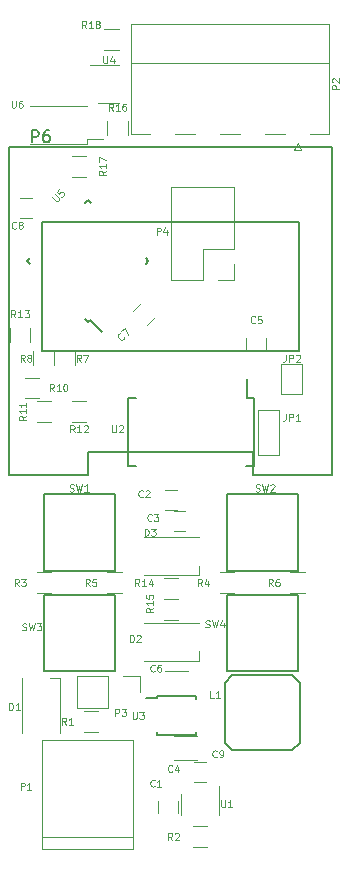
<source format=gbr>
G04 #@! TF.FileFunction,Legend,Top*
%FSLAX46Y46*%
G04 Gerber Fmt 4.6, Leading zero omitted, Abs format (unit mm)*
G04 Created by KiCad (PCBNEW 4.0.5) date 03/28/17 16:53:09*
%MOMM*%
%LPD*%
G01*
G04 APERTURE LIST*
%ADD10C,0.100000*%
%ADD11C,0.120000*%
%ADD12C,0.150000*%
G04 APERTURE END LIST*
D10*
D11*
X139850000Y-117750000D02*
X139850000Y-116750000D01*
X138150000Y-116750000D02*
X138150000Y-117750000D01*
X139750000Y-90400000D02*
X138750000Y-90400000D01*
X138750000Y-92100000D02*
X139750000Y-92100000D01*
X140500000Y-92150000D02*
X139500000Y-92150000D01*
X139500000Y-93850000D02*
X140500000Y-93850000D01*
X142250000Y-113400000D02*
X141250000Y-113400000D01*
X141250000Y-115100000D02*
X142250000Y-115100000D01*
X147350000Y-78500000D02*
X147350000Y-77500000D01*
X145650000Y-77500000D02*
X145650000Y-78500000D01*
X140750000Y-105730000D02*
X138750000Y-105730000D01*
X138750000Y-107770000D02*
X140750000Y-107770000D01*
X136752513Y-74545406D02*
X136045406Y-75252513D01*
X137247487Y-76454594D02*
X137954594Y-75747487D01*
X126500000Y-67350000D02*
X127500000Y-67350000D01*
X127500000Y-65650000D02*
X126500000Y-65650000D01*
X141500000Y-111230000D02*
X139500000Y-111230000D01*
X139500000Y-113270000D02*
X141500000Y-113270000D01*
X126650000Y-111000000D02*
X126650000Y-106350000D01*
X129850000Y-111000000D02*
X129850000Y-106350000D01*
X129850000Y-106350000D02*
X129050000Y-106350000D01*
X137000000Y-101650000D02*
X141650000Y-101650000D01*
X137000000Y-104850000D02*
X141650000Y-104850000D01*
X141650000Y-104850000D02*
X141650000Y-104050000D01*
X137000000Y-94400000D02*
X141650000Y-94400000D01*
X137000000Y-97600000D02*
X141650000Y-97600000D01*
X141650000Y-97600000D02*
X141650000Y-96800000D01*
X148390000Y-87410000D02*
X148390000Y-83590000D01*
X148390000Y-83590000D02*
X146610000Y-83590000D01*
X146610000Y-83590000D02*
X146610000Y-87410000D01*
X148390000Y-87410000D02*
X146610000Y-87410000D01*
X150390000Y-82270000D02*
X150390000Y-79730000D01*
X148610000Y-79730000D02*
X148610000Y-82270000D01*
X148610000Y-79730000D02*
X150390000Y-79730000D01*
X150390000Y-82270000D02*
X148610000Y-82270000D01*
D12*
X143825000Y-111790000D02*
X143825000Y-106710000D01*
X149540000Y-112425000D02*
X144460000Y-112425000D01*
X150175000Y-106710000D02*
X150175000Y-111790000D01*
X144460000Y-106075000D02*
X149540000Y-106075000D01*
X149540000Y-112425000D02*
X150175000Y-111790000D01*
X143825000Y-111790000D02*
X144460000Y-112425000D01*
X150175000Y-106710000D02*
X149540000Y-106075000D01*
X143825000Y-106710000D02*
X144460000Y-106075000D01*
D11*
X128400000Y-119750000D02*
X136100000Y-119750000D01*
X128400000Y-120750000D02*
X136100000Y-120750000D01*
X136100000Y-120750000D02*
X136100000Y-111550000D01*
X136100000Y-111550000D02*
X128400000Y-111550000D01*
X128400000Y-111550000D02*
X128400000Y-120750000D01*
X133980000Y-106110000D02*
X131320000Y-106110000D01*
X131320000Y-106110000D02*
X131320000Y-108890000D01*
X131320000Y-108890000D02*
X133980000Y-108890000D01*
X133980000Y-108890000D02*
X133980000Y-106110000D01*
X135250000Y-106110000D02*
X136640000Y-106110000D01*
X136640000Y-106110000D02*
X136640000Y-107500000D01*
X131900000Y-109120000D02*
X133100000Y-109120000D01*
X133100000Y-110880000D02*
X131900000Y-110880000D01*
X142350000Y-120630000D02*
X141150000Y-120630000D01*
X141150000Y-118870000D02*
X142350000Y-118870000D01*
X129100000Y-99130000D02*
X127900000Y-99130000D01*
X127900000Y-97370000D02*
X129100000Y-97370000D01*
X144600000Y-99130000D02*
X143400000Y-99130000D01*
X143400000Y-97370000D02*
X144600000Y-97370000D01*
X133900000Y-97370000D02*
X135100000Y-97370000D01*
X135100000Y-99130000D02*
X133900000Y-99130000D01*
X149400000Y-97370000D02*
X150600000Y-97370000D01*
X150600000Y-99130000D02*
X149400000Y-99130000D01*
X131130000Y-78650000D02*
X131130000Y-79850000D01*
X129370000Y-79850000D02*
X129370000Y-78650000D01*
X129380000Y-78650000D02*
X129380000Y-79850000D01*
X127620000Y-79850000D02*
X127620000Y-78650000D01*
X128100000Y-82630000D02*
X126900000Y-82630000D01*
X126900000Y-80870000D02*
X128100000Y-80870000D01*
X129100000Y-84630000D02*
X127900000Y-84630000D01*
X127900000Y-82870000D02*
X129100000Y-82870000D01*
X132100000Y-84630000D02*
X130900000Y-84630000D01*
X130900000Y-82870000D02*
X132100000Y-82870000D01*
X127380000Y-76650000D02*
X127380000Y-77850000D01*
X125620000Y-77850000D02*
X125620000Y-76650000D01*
X140140000Y-116100000D02*
X140140000Y-117900000D01*
X143360000Y-117900000D02*
X143360000Y-115450000D01*
D12*
X146325000Y-82625000D02*
X145750000Y-82625000D01*
X146325000Y-88375000D02*
X145675000Y-88375000D01*
X135675000Y-88375000D02*
X136325000Y-88375000D01*
X135675000Y-82625000D02*
X136325000Y-82625000D01*
X146325000Y-82625000D02*
X146325000Y-88375000D01*
X135675000Y-82625000D02*
X135675000Y-88375000D01*
X145750000Y-82625000D02*
X145750000Y-81025000D01*
X138125000Y-107875000D02*
X138125000Y-108025000D01*
X141375000Y-107875000D02*
X141375000Y-108122500D01*
X141375000Y-111125000D02*
X141375000Y-110877500D01*
X138125000Y-111125000D02*
X138125000Y-110877500D01*
X138125000Y-107875000D02*
X141375000Y-107875000D01*
X138125000Y-111125000D02*
X141375000Y-111125000D01*
X138125000Y-108025000D02*
X137200000Y-108025000D01*
X132250000Y-76126524D02*
X132409099Y-75967425D01*
X127123476Y-71000000D02*
X127353286Y-70770190D01*
X132250000Y-65873476D02*
X132020190Y-66103286D01*
X137376524Y-71000000D02*
X137146714Y-71229810D01*
X132250000Y-76126524D02*
X132020190Y-75896714D01*
X137376524Y-71000000D02*
X137146714Y-70770190D01*
X132250000Y-65873476D02*
X132479810Y-66103286D01*
X127123476Y-71000000D02*
X127353286Y-71229810D01*
X132409099Y-75967425D02*
X133416726Y-76975052D01*
D11*
X139850000Y-99630000D02*
X138650000Y-99630000D01*
X138650000Y-97870000D02*
X139850000Y-97870000D01*
X139850000Y-101380000D02*
X138650000Y-101380000D01*
X138650000Y-99620000D02*
X139850000Y-99620000D01*
X144640000Y-69980000D02*
X144640000Y-64780000D01*
X144640000Y-64780000D02*
X139320000Y-64780000D01*
X139320000Y-64780000D02*
X139320000Y-72640000D01*
X139320000Y-72640000D02*
X141980000Y-72640000D01*
X141980000Y-72640000D02*
X141980000Y-69980000D01*
X141980000Y-69980000D02*
X144640000Y-69980000D01*
X144640000Y-71250000D02*
X144640000Y-72640000D01*
X144640000Y-72640000D02*
X143250000Y-72640000D01*
X135630000Y-59150000D02*
X135630000Y-60350000D01*
X133870000Y-60350000D02*
X133870000Y-59150000D01*
X132100000Y-63880000D02*
X130900000Y-63880000D01*
X130900000Y-62120000D02*
X132100000Y-62120000D01*
X134850000Y-53130000D02*
X133650000Y-53130000D01*
X133650000Y-51370000D02*
X134850000Y-51370000D01*
X133100000Y-57610000D02*
X134900000Y-57610000D01*
X134900000Y-54390000D02*
X132450000Y-54390000D01*
X132150000Y-61090000D02*
X132150000Y-60690000D01*
X132150000Y-60690000D02*
X133550000Y-60690000D01*
X132150000Y-61090000D02*
X127350000Y-61090000D01*
X132150000Y-57890000D02*
X127350000Y-57890000D01*
D12*
X150120000Y-67750000D02*
X150120000Y-78620000D01*
X128380000Y-78620000D02*
X150120000Y-78620000D01*
X128380000Y-67750000D02*
X128380000Y-78620000D01*
X128380000Y-67720000D02*
X150120000Y-67720000D01*
X132250000Y-87150000D02*
X146250000Y-87150000D01*
X146250000Y-87150000D02*
X146250000Y-89150000D01*
X132250000Y-87150000D02*
X132250000Y-89150000D01*
X152900000Y-61350000D02*
X152900000Y-89150000D01*
X125600000Y-61350000D02*
X125600000Y-89150000D01*
X146250000Y-89150000D02*
X152900000Y-89150000D01*
X125600000Y-89150000D02*
X132250000Y-89150000D01*
X125600000Y-61350000D02*
X152900000Y-61350000D01*
X128500000Y-97250000D02*
X134500000Y-97250000D01*
X128500000Y-90750000D02*
X134500000Y-90750000D01*
X134500000Y-97250000D02*
X134500000Y-90750000D01*
X128500000Y-97250000D02*
X128500000Y-90750000D01*
X144000000Y-97250000D02*
X150000000Y-97250000D01*
X144000000Y-90750000D02*
X150000000Y-90750000D01*
X150000000Y-97250000D02*
X150000000Y-90750000D01*
X144000000Y-97250000D02*
X144000000Y-90750000D01*
X134500000Y-99250000D02*
X128500000Y-99250000D01*
X134500000Y-105750000D02*
X128500000Y-105750000D01*
X128500000Y-99250000D02*
X128500000Y-105750000D01*
X134500000Y-99250000D02*
X134500000Y-105750000D01*
X150000000Y-99250000D02*
X144000000Y-99250000D01*
X150000000Y-105750000D02*
X144000000Y-105750000D01*
X144000000Y-99250000D02*
X144000000Y-105750000D01*
X150000000Y-99250000D02*
X150000000Y-105750000D01*
D11*
X152680000Y-60280000D02*
X152680000Y-50920000D01*
X152680000Y-50920000D02*
X135890000Y-50920000D01*
X135890000Y-50920000D02*
X135890000Y-60280000D01*
X152680000Y-60280000D02*
X151050000Y-60280000D01*
X135890000Y-60280000D02*
X137520000Y-60280000D01*
X148950000Y-60280000D02*
X147240000Y-60280000D01*
X145140000Y-60280000D02*
X143430000Y-60280000D01*
X141330000Y-60280000D02*
X139620000Y-60280000D01*
X152680000Y-54200000D02*
X135890000Y-54200000D01*
X149700000Y-61600000D02*
X150000000Y-61000000D01*
X150000000Y-61000000D02*
X150300000Y-61600000D01*
X150300000Y-61600000D02*
X149700000Y-61600000D01*
D10*
X137900000Y-115464286D02*
X137871429Y-115492857D01*
X137785715Y-115521429D01*
X137728572Y-115521429D01*
X137642857Y-115492857D01*
X137585715Y-115435714D01*
X137557143Y-115378571D01*
X137528572Y-115264286D01*
X137528572Y-115178571D01*
X137557143Y-115064286D01*
X137585715Y-115007143D01*
X137642857Y-114950000D01*
X137728572Y-114921429D01*
X137785715Y-114921429D01*
X137871429Y-114950000D01*
X137900000Y-114978571D01*
X138471429Y-115521429D02*
X138128572Y-115521429D01*
X138300000Y-115521429D02*
X138300000Y-114921429D01*
X138242857Y-115007143D01*
X138185715Y-115064286D01*
X138128572Y-115092857D01*
X136900000Y-90964286D02*
X136871429Y-90992857D01*
X136785715Y-91021429D01*
X136728572Y-91021429D01*
X136642857Y-90992857D01*
X136585715Y-90935714D01*
X136557143Y-90878571D01*
X136528572Y-90764286D01*
X136528572Y-90678571D01*
X136557143Y-90564286D01*
X136585715Y-90507143D01*
X136642857Y-90450000D01*
X136728572Y-90421429D01*
X136785715Y-90421429D01*
X136871429Y-90450000D01*
X136900000Y-90478571D01*
X137128572Y-90478571D02*
X137157143Y-90450000D01*
X137214286Y-90421429D01*
X137357143Y-90421429D01*
X137414286Y-90450000D01*
X137442857Y-90478571D01*
X137471429Y-90535714D01*
X137471429Y-90592857D01*
X137442857Y-90678571D01*
X137100000Y-91021429D01*
X137471429Y-91021429D01*
X137650000Y-92964286D02*
X137621429Y-92992857D01*
X137535715Y-93021429D01*
X137478572Y-93021429D01*
X137392857Y-92992857D01*
X137335715Y-92935714D01*
X137307143Y-92878571D01*
X137278572Y-92764286D01*
X137278572Y-92678571D01*
X137307143Y-92564286D01*
X137335715Y-92507143D01*
X137392857Y-92450000D01*
X137478572Y-92421429D01*
X137535715Y-92421429D01*
X137621429Y-92450000D01*
X137650000Y-92478571D01*
X137850000Y-92421429D02*
X138221429Y-92421429D01*
X138021429Y-92650000D01*
X138107143Y-92650000D01*
X138164286Y-92678571D01*
X138192857Y-92707143D01*
X138221429Y-92764286D01*
X138221429Y-92907143D01*
X138192857Y-92964286D01*
X138164286Y-92992857D01*
X138107143Y-93021429D01*
X137935715Y-93021429D01*
X137878572Y-92992857D01*
X137850000Y-92964286D01*
X139400000Y-114214286D02*
X139371429Y-114242857D01*
X139285715Y-114271429D01*
X139228572Y-114271429D01*
X139142857Y-114242857D01*
X139085715Y-114185714D01*
X139057143Y-114128571D01*
X139028572Y-114014286D01*
X139028572Y-113928571D01*
X139057143Y-113814286D01*
X139085715Y-113757143D01*
X139142857Y-113700000D01*
X139228572Y-113671429D01*
X139285715Y-113671429D01*
X139371429Y-113700000D01*
X139400000Y-113728571D01*
X139914286Y-113871429D02*
X139914286Y-114271429D01*
X139771429Y-113642857D02*
X139628572Y-114071429D01*
X140000000Y-114071429D01*
X146400000Y-76214286D02*
X146371429Y-76242857D01*
X146285715Y-76271429D01*
X146228572Y-76271429D01*
X146142857Y-76242857D01*
X146085715Y-76185714D01*
X146057143Y-76128571D01*
X146028572Y-76014286D01*
X146028572Y-75928571D01*
X146057143Y-75814286D01*
X146085715Y-75757143D01*
X146142857Y-75700000D01*
X146228572Y-75671429D01*
X146285715Y-75671429D01*
X146371429Y-75700000D01*
X146400000Y-75728571D01*
X146942857Y-75671429D02*
X146657143Y-75671429D01*
X146628572Y-75957143D01*
X146657143Y-75928571D01*
X146714286Y-75900000D01*
X146857143Y-75900000D01*
X146914286Y-75928571D01*
X146942857Y-75957143D01*
X146971429Y-76014286D01*
X146971429Y-76157143D01*
X146942857Y-76214286D01*
X146914286Y-76242857D01*
X146857143Y-76271429D01*
X146714286Y-76271429D01*
X146657143Y-76242857D01*
X146628572Y-76214286D01*
X137900000Y-105714286D02*
X137871429Y-105742857D01*
X137785715Y-105771429D01*
X137728572Y-105771429D01*
X137642857Y-105742857D01*
X137585715Y-105685714D01*
X137557143Y-105628571D01*
X137528572Y-105514286D01*
X137528572Y-105428571D01*
X137557143Y-105314286D01*
X137585715Y-105257143D01*
X137642857Y-105200000D01*
X137728572Y-105171429D01*
X137785715Y-105171429D01*
X137871429Y-105200000D01*
X137900000Y-105228571D01*
X138414286Y-105171429D02*
X138300000Y-105171429D01*
X138242857Y-105200000D01*
X138214286Y-105228571D01*
X138157143Y-105314286D01*
X138128572Y-105428571D01*
X138128572Y-105657143D01*
X138157143Y-105714286D01*
X138185715Y-105742857D01*
X138242857Y-105771429D01*
X138357143Y-105771429D01*
X138414286Y-105742857D01*
X138442857Y-105714286D01*
X138471429Y-105657143D01*
X138471429Y-105514286D01*
X138442857Y-105457143D01*
X138414286Y-105428571D01*
X138357143Y-105400000D01*
X138242857Y-105400000D01*
X138185715Y-105428571D01*
X138157143Y-105457143D01*
X138128572Y-105514286D01*
X135330812Y-77472234D02*
X135330812Y-77512639D01*
X135290407Y-77593452D01*
X135250001Y-77633858D01*
X135169188Y-77674264D01*
X135088376Y-77674263D01*
X135027766Y-77654061D01*
X134926752Y-77593452D01*
X134866142Y-77532842D01*
X134805533Y-77431828D01*
X134785330Y-77371218D01*
X134785330Y-77290406D01*
X134825737Y-77209594D01*
X134866143Y-77169188D01*
X134946955Y-77128781D01*
X134987360Y-77128781D01*
X135088376Y-76946955D02*
X135371219Y-76664112D01*
X135613655Y-77270203D01*
X126150000Y-68214286D02*
X126121429Y-68242857D01*
X126035715Y-68271429D01*
X125978572Y-68271429D01*
X125892857Y-68242857D01*
X125835715Y-68185714D01*
X125807143Y-68128571D01*
X125778572Y-68014286D01*
X125778572Y-67928571D01*
X125807143Y-67814286D01*
X125835715Y-67757143D01*
X125892857Y-67700000D01*
X125978572Y-67671429D01*
X126035715Y-67671429D01*
X126121429Y-67700000D01*
X126150000Y-67728571D01*
X126492857Y-67928571D02*
X126435715Y-67900000D01*
X126407143Y-67871429D01*
X126378572Y-67814286D01*
X126378572Y-67785714D01*
X126407143Y-67728571D01*
X126435715Y-67700000D01*
X126492857Y-67671429D01*
X126607143Y-67671429D01*
X126664286Y-67700000D01*
X126692857Y-67728571D01*
X126721429Y-67785714D01*
X126721429Y-67814286D01*
X126692857Y-67871429D01*
X126664286Y-67900000D01*
X126607143Y-67928571D01*
X126492857Y-67928571D01*
X126435715Y-67957143D01*
X126407143Y-67985714D01*
X126378572Y-68042857D01*
X126378572Y-68157143D01*
X126407143Y-68214286D01*
X126435715Y-68242857D01*
X126492857Y-68271429D01*
X126607143Y-68271429D01*
X126664286Y-68242857D01*
X126692857Y-68214286D01*
X126721429Y-68157143D01*
X126721429Y-68042857D01*
X126692857Y-67985714D01*
X126664286Y-67957143D01*
X126607143Y-67928571D01*
X143150000Y-112964286D02*
X143121429Y-112992857D01*
X143035715Y-113021429D01*
X142978572Y-113021429D01*
X142892857Y-112992857D01*
X142835715Y-112935714D01*
X142807143Y-112878571D01*
X142778572Y-112764286D01*
X142778572Y-112678571D01*
X142807143Y-112564286D01*
X142835715Y-112507143D01*
X142892857Y-112450000D01*
X142978572Y-112421429D01*
X143035715Y-112421429D01*
X143121429Y-112450000D01*
X143150000Y-112478571D01*
X143435715Y-113021429D02*
X143550000Y-113021429D01*
X143607143Y-112992857D01*
X143635715Y-112964286D01*
X143692857Y-112878571D01*
X143721429Y-112764286D01*
X143721429Y-112535714D01*
X143692857Y-112478571D01*
X143664286Y-112450000D01*
X143607143Y-112421429D01*
X143492857Y-112421429D01*
X143435715Y-112450000D01*
X143407143Y-112478571D01*
X143378572Y-112535714D01*
X143378572Y-112678571D01*
X143407143Y-112735714D01*
X143435715Y-112764286D01*
X143492857Y-112792857D01*
X143607143Y-112792857D01*
X143664286Y-112764286D01*
X143692857Y-112735714D01*
X143721429Y-112678571D01*
X125557143Y-109021429D02*
X125557143Y-108421429D01*
X125700000Y-108421429D01*
X125785715Y-108450000D01*
X125842857Y-108507143D01*
X125871429Y-108564286D01*
X125900000Y-108678571D01*
X125900000Y-108764286D01*
X125871429Y-108878571D01*
X125842857Y-108935714D01*
X125785715Y-108992857D01*
X125700000Y-109021429D01*
X125557143Y-109021429D01*
X126471429Y-109021429D02*
X126128572Y-109021429D01*
X126300000Y-109021429D02*
X126300000Y-108421429D01*
X126242857Y-108507143D01*
X126185715Y-108564286D01*
X126128572Y-108592857D01*
X135807143Y-103271429D02*
X135807143Y-102671429D01*
X135950000Y-102671429D01*
X136035715Y-102700000D01*
X136092857Y-102757143D01*
X136121429Y-102814286D01*
X136150000Y-102928571D01*
X136150000Y-103014286D01*
X136121429Y-103128571D01*
X136092857Y-103185714D01*
X136035715Y-103242857D01*
X135950000Y-103271429D01*
X135807143Y-103271429D01*
X136378572Y-102728571D02*
X136407143Y-102700000D01*
X136464286Y-102671429D01*
X136607143Y-102671429D01*
X136664286Y-102700000D01*
X136692857Y-102728571D01*
X136721429Y-102785714D01*
X136721429Y-102842857D01*
X136692857Y-102928571D01*
X136350000Y-103271429D01*
X136721429Y-103271429D01*
X137057143Y-94271429D02*
X137057143Y-93671429D01*
X137200000Y-93671429D01*
X137285715Y-93700000D01*
X137342857Y-93757143D01*
X137371429Y-93814286D01*
X137400000Y-93928571D01*
X137400000Y-94014286D01*
X137371429Y-94128571D01*
X137342857Y-94185714D01*
X137285715Y-94242857D01*
X137200000Y-94271429D01*
X137057143Y-94271429D01*
X137600000Y-93671429D02*
X137971429Y-93671429D01*
X137771429Y-93900000D01*
X137857143Y-93900000D01*
X137914286Y-93928571D01*
X137942857Y-93957143D01*
X137971429Y-94014286D01*
X137971429Y-94157143D01*
X137942857Y-94214286D01*
X137914286Y-94242857D01*
X137857143Y-94271429D01*
X137685715Y-94271429D01*
X137628572Y-94242857D01*
X137600000Y-94214286D01*
X149000000Y-83921429D02*
X149000000Y-84350000D01*
X148971428Y-84435714D01*
X148914285Y-84492857D01*
X148828571Y-84521429D01*
X148771428Y-84521429D01*
X149285714Y-84521429D02*
X149285714Y-83921429D01*
X149514286Y-83921429D01*
X149571428Y-83950000D01*
X149600000Y-83978571D01*
X149628571Y-84035714D01*
X149628571Y-84121429D01*
X149600000Y-84178571D01*
X149571428Y-84207143D01*
X149514286Y-84235714D01*
X149285714Y-84235714D01*
X150200000Y-84521429D02*
X149857143Y-84521429D01*
X150028571Y-84521429D02*
X150028571Y-83921429D01*
X149971428Y-84007143D01*
X149914286Y-84064286D01*
X149857143Y-84092857D01*
X149000000Y-78921429D02*
X149000000Y-79350000D01*
X148971428Y-79435714D01*
X148914285Y-79492857D01*
X148828571Y-79521429D01*
X148771428Y-79521429D01*
X149285714Y-79521429D02*
X149285714Y-78921429D01*
X149514286Y-78921429D01*
X149571428Y-78950000D01*
X149600000Y-78978571D01*
X149628571Y-79035714D01*
X149628571Y-79121429D01*
X149600000Y-79178571D01*
X149571428Y-79207143D01*
X149514286Y-79235714D01*
X149285714Y-79235714D01*
X149857143Y-78978571D02*
X149885714Y-78950000D01*
X149942857Y-78921429D01*
X150085714Y-78921429D01*
X150142857Y-78950000D01*
X150171428Y-78978571D01*
X150200000Y-79035714D01*
X150200000Y-79092857D01*
X150171428Y-79178571D01*
X149828571Y-79521429D01*
X150200000Y-79521429D01*
X142900000Y-108021429D02*
X142614286Y-108021429D01*
X142614286Y-107421429D01*
X143414286Y-108021429D02*
X143071429Y-108021429D01*
X143242857Y-108021429D02*
X143242857Y-107421429D01*
X143185714Y-107507143D01*
X143128572Y-107564286D01*
X143071429Y-107592857D01*
X126557143Y-115771429D02*
X126557143Y-115171429D01*
X126785715Y-115171429D01*
X126842857Y-115200000D01*
X126871429Y-115228571D01*
X126900000Y-115285714D01*
X126900000Y-115371429D01*
X126871429Y-115428571D01*
X126842857Y-115457143D01*
X126785715Y-115485714D01*
X126557143Y-115485714D01*
X127471429Y-115771429D02*
X127128572Y-115771429D01*
X127300000Y-115771429D02*
X127300000Y-115171429D01*
X127242857Y-115257143D01*
X127185715Y-115314286D01*
X127128572Y-115342857D01*
X134557143Y-109521429D02*
X134557143Y-108921429D01*
X134785715Y-108921429D01*
X134842857Y-108950000D01*
X134871429Y-108978571D01*
X134900000Y-109035714D01*
X134900000Y-109121429D01*
X134871429Y-109178571D01*
X134842857Y-109207143D01*
X134785715Y-109235714D01*
X134557143Y-109235714D01*
X135100000Y-108921429D02*
X135471429Y-108921429D01*
X135271429Y-109150000D01*
X135357143Y-109150000D01*
X135414286Y-109178571D01*
X135442857Y-109207143D01*
X135471429Y-109264286D01*
X135471429Y-109407143D01*
X135442857Y-109464286D01*
X135414286Y-109492857D01*
X135357143Y-109521429D01*
X135185715Y-109521429D01*
X135128572Y-109492857D01*
X135100000Y-109464286D01*
X130400000Y-110271429D02*
X130200000Y-109985714D01*
X130057143Y-110271429D02*
X130057143Y-109671429D01*
X130285715Y-109671429D01*
X130342857Y-109700000D01*
X130371429Y-109728571D01*
X130400000Y-109785714D01*
X130400000Y-109871429D01*
X130371429Y-109928571D01*
X130342857Y-109957143D01*
X130285715Y-109985714D01*
X130057143Y-109985714D01*
X130971429Y-110271429D02*
X130628572Y-110271429D01*
X130800000Y-110271429D02*
X130800000Y-109671429D01*
X130742857Y-109757143D01*
X130685715Y-109814286D01*
X130628572Y-109842857D01*
X139400000Y-120021429D02*
X139200000Y-119735714D01*
X139057143Y-120021429D02*
X139057143Y-119421429D01*
X139285715Y-119421429D01*
X139342857Y-119450000D01*
X139371429Y-119478571D01*
X139400000Y-119535714D01*
X139400000Y-119621429D01*
X139371429Y-119678571D01*
X139342857Y-119707143D01*
X139285715Y-119735714D01*
X139057143Y-119735714D01*
X139628572Y-119478571D02*
X139657143Y-119450000D01*
X139714286Y-119421429D01*
X139857143Y-119421429D01*
X139914286Y-119450000D01*
X139942857Y-119478571D01*
X139971429Y-119535714D01*
X139971429Y-119592857D01*
X139942857Y-119678571D01*
X139600000Y-120021429D01*
X139971429Y-120021429D01*
X126400000Y-98521429D02*
X126200000Y-98235714D01*
X126057143Y-98521429D02*
X126057143Y-97921429D01*
X126285715Y-97921429D01*
X126342857Y-97950000D01*
X126371429Y-97978571D01*
X126400000Y-98035714D01*
X126400000Y-98121429D01*
X126371429Y-98178571D01*
X126342857Y-98207143D01*
X126285715Y-98235714D01*
X126057143Y-98235714D01*
X126600000Y-97921429D02*
X126971429Y-97921429D01*
X126771429Y-98150000D01*
X126857143Y-98150000D01*
X126914286Y-98178571D01*
X126942857Y-98207143D01*
X126971429Y-98264286D01*
X126971429Y-98407143D01*
X126942857Y-98464286D01*
X126914286Y-98492857D01*
X126857143Y-98521429D01*
X126685715Y-98521429D01*
X126628572Y-98492857D01*
X126600000Y-98464286D01*
X141900000Y-98521429D02*
X141700000Y-98235714D01*
X141557143Y-98521429D02*
X141557143Y-97921429D01*
X141785715Y-97921429D01*
X141842857Y-97950000D01*
X141871429Y-97978571D01*
X141900000Y-98035714D01*
X141900000Y-98121429D01*
X141871429Y-98178571D01*
X141842857Y-98207143D01*
X141785715Y-98235714D01*
X141557143Y-98235714D01*
X142414286Y-98121429D02*
X142414286Y-98521429D01*
X142271429Y-97892857D02*
X142128572Y-98321429D01*
X142500000Y-98321429D01*
X132400000Y-98521429D02*
X132200000Y-98235714D01*
X132057143Y-98521429D02*
X132057143Y-97921429D01*
X132285715Y-97921429D01*
X132342857Y-97950000D01*
X132371429Y-97978571D01*
X132400000Y-98035714D01*
X132400000Y-98121429D01*
X132371429Y-98178571D01*
X132342857Y-98207143D01*
X132285715Y-98235714D01*
X132057143Y-98235714D01*
X132942857Y-97921429D02*
X132657143Y-97921429D01*
X132628572Y-98207143D01*
X132657143Y-98178571D01*
X132714286Y-98150000D01*
X132857143Y-98150000D01*
X132914286Y-98178571D01*
X132942857Y-98207143D01*
X132971429Y-98264286D01*
X132971429Y-98407143D01*
X132942857Y-98464286D01*
X132914286Y-98492857D01*
X132857143Y-98521429D01*
X132714286Y-98521429D01*
X132657143Y-98492857D01*
X132628572Y-98464286D01*
X147900000Y-98521429D02*
X147700000Y-98235714D01*
X147557143Y-98521429D02*
X147557143Y-97921429D01*
X147785715Y-97921429D01*
X147842857Y-97950000D01*
X147871429Y-97978571D01*
X147900000Y-98035714D01*
X147900000Y-98121429D01*
X147871429Y-98178571D01*
X147842857Y-98207143D01*
X147785715Y-98235714D01*
X147557143Y-98235714D01*
X148414286Y-97921429D02*
X148300000Y-97921429D01*
X148242857Y-97950000D01*
X148214286Y-97978571D01*
X148157143Y-98064286D01*
X148128572Y-98178571D01*
X148128572Y-98407143D01*
X148157143Y-98464286D01*
X148185715Y-98492857D01*
X148242857Y-98521429D01*
X148357143Y-98521429D01*
X148414286Y-98492857D01*
X148442857Y-98464286D01*
X148471429Y-98407143D01*
X148471429Y-98264286D01*
X148442857Y-98207143D01*
X148414286Y-98178571D01*
X148357143Y-98150000D01*
X148242857Y-98150000D01*
X148185715Y-98178571D01*
X148157143Y-98207143D01*
X148128572Y-98264286D01*
X131650000Y-79521429D02*
X131450000Y-79235714D01*
X131307143Y-79521429D02*
X131307143Y-78921429D01*
X131535715Y-78921429D01*
X131592857Y-78950000D01*
X131621429Y-78978571D01*
X131650000Y-79035714D01*
X131650000Y-79121429D01*
X131621429Y-79178571D01*
X131592857Y-79207143D01*
X131535715Y-79235714D01*
X131307143Y-79235714D01*
X131850000Y-78921429D02*
X132250000Y-78921429D01*
X131992857Y-79521429D01*
X126900000Y-79521429D02*
X126700000Y-79235714D01*
X126557143Y-79521429D02*
X126557143Y-78921429D01*
X126785715Y-78921429D01*
X126842857Y-78950000D01*
X126871429Y-78978571D01*
X126900000Y-79035714D01*
X126900000Y-79121429D01*
X126871429Y-79178571D01*
X126842857Y-79207143D01*
X126785715Y-79235714D01*
X126557143Y-79235714D01*
X127242857Y-79178571D02*
X127185715Y-79150000D01*
X127157143Y-79121429D01*
X127128572Y-79064286D01*
X127128572Y-79035714D01*
X127157143Y-78978571D01*
X127185715Y-78950000D01*
X127242857Y-78921429D01*
X127357143Y-78921429D01*
X127414286Y-78950000D01*
X127442857Y-78978571D01*
X127471429Y-79035714D01*
X127471429Y-79064286D01*
X127442857Y-79121429D01*
X127414286Y-79150000D01*
X127357143Y-79178571D01*
X127242857Y-79178571D01*
X127185715Y-79207143D01*
X127157143Y-79235714D01*
X127128572Y-79292857D01*
X127128572Y-79407143D01*
X127157143Y-79464286D01*
X127185715Y-79492857D01*
X127242857Y-79521429D01*
X127357143Y-79521429D01*
X127414286Y-79492857D01*
X127442857Y-79464286D01*
X127471429Y-79407143D01*
X127471429Y-79292857D01*
X127442857Y-79235714D01*
X127414286Y-79207143D01*
X127357143Y-79178571D01*
X129364285Y-82021429D02*
X129164285Y-81735714D01*
X129021428Y-82021429D02*
X129021428Y-81421429D01*
X129250000Y-81421429D01*
X129307142Y-81450000D01*
X129335714Y-81478571D01*
X129364285Y-81535714D01*
X129364285Y-81621429D01*
X129335714Y-81678571D01*
X129307142Y-81707143D01*
X129250000Y-81735714D01*
X129021428Y-81735714D01*
X129935714Y-82021429D02*
X129592857Y-82021429D01*
X129764285Y-82021429D02*
X129764285Y-81421429D01*
X129707142Y-81507143D01*
X129650000Y-81564286D01*
X129592857Y-81592857D01*
X130307143Y-81421429D02*
X130364286Y-81421429D01*
X130421429Y-81450000D01*
X130450000Y-81478571D01*
X130478571Y-81535714D01*
X130507143Y-81650000D01*
X130507143Y-81792857D01*
X130478571Y-81907143D01*
X130450000Y-81964286D01*
X130421429Y-81992857D01*
X130364286Y-82021429D01*
X130307143Y-82021429D01*
X130250000Y-81992857D01*
X130221429Y-81964286D01*
X130192857Y-81907143D01*
X130164286Y-81792857D01*
X130164286Y-81650000D01*
X130192857Y-81535714D01*
X130221429Y-81478571D01*
X130250000Y-81450000D01*
X130307143Y-81421429D01*
X127021429Y-84135715D02*
X126735714Y-84335715D01*
X127021429Y-84478572D02*
X126421429Y-84478572D01*
X126421429Y-84250000D01*
X126450000Y-84192858D01*
X126478571Y-84164286D01*
X126535714Y-84135715D01*
X126621429Y-84135715D01*
X126678571Y-84164286D01*
X126707143Y-84192858D01*
X126735714Y-84250000D01*
X126735714Y-84478572D01*
X127021429Y-83564286D02*
X127021429Y-83907143D01*
X127021429Y-83735715D02*
X126421429Y-83735715D01*
X126507143Y-83792858D01*
X126564286Y-83850000D01*
X126592857Y-83907143D01*
X127021429Y-82992857D02*
X127021429Y-83335714D01*
X127021429Y-83164286D02*
X126421429Y-83164286D01*
X126507143Y-83221429D01*
X126564286Y-83278571D01*
X126592857Y-83335714D01*
X131114285Y-85521429D02*
X130914285Y-85235714D01*
X130771428Y-85521429D02*
X130771428Y-84921429D01*
X131000000Y-84921429D01*
X131057142Y-84950000D01*
X131085714Y-84978571D01*
X131114285Y-85035714D01*
X131114285Y-85121429D01*
X131085714Y-85178571D01*
X131057142Y-85207143D01*
X131000000Y-85235714D01*
X130771428Y-85235714D01*
X131685714Y-85521429D02*
X131342857Y-85521429D01*
X131514285Y-85521429D02*
X131514285Y-84921429D01*
X131457142Y-85007143D01*
X131400000Y-85064286D01*
X131342857Y-85092857D01*
X131914286Y-84978571D02*
X131942857Y-84950000D01*
X132000000Y-84921429D01*
X132142857Y-84921429D01*
X132200000Y-84950000D01*
X132228571Y-84978571D01*
X132257143Y-85035714D01*
X132257143Y-85092857D01*
X132228571Y-85178571D01*
X131885714Y-85521429D01*
X132257143Y-85521429D01*
X126114285Y-75771429D02*
X125914285Y-75485714D01*
X125771428Y-75771429D02*
X125771428Y-75171429D01*
X126000000Y-75171429D01*
X126057142Y-75200000D01*
X126085714Y-75228571D01*
X126114285Y-75285714D01*
X126114285Y-75371429D01*
X126085714Y-75428571D01*
X126057142Y-75457143D01*
X126000000Y-75485714D01*
X125771428Y-75485714D01*
X126685714Y-75771429D02*
X126342857Y-75771429D01*
X126514285Y-75771429D02*
X126514285Y-75171429D01*
X126457142Y-75257143D01*
X126400000Y-75314286D01*
X126342857Y-75342857D01*
X126885714Y-75171429D02*
X127257143Y-75171429D01*
X127057143Y-75400000D01*
X127142857Y-75400000D01*
X127200000Y-75428571D01*
X127228571Y-75457143D01*
X127257143Y-75514286D01*
X127257143Y-75657143D01*
X127228571Y-75714286D01*
X127200000Y-75742857D01*
X127142857Y-75771429D01*
X126971429Y-75771429D01*
X126914286Y-75742857D01*
X126885714Y-75714286D01*
X143542857Y-116671429D02*
X143542857Y-117157143D01*
X143571429Y-117214286D01*
X143600000Y-117242857D01*
X143657143Y-117271429D01*
X143771429Y-117271429D01*
X143828571Y-117242857D01*
X143857143Y-117214286D01*
X143885714Y-117157143D01*
X143885714Y-116671429D01*
X144485714Y-117271429D02*
X144142857Y-117271429D01*
X144314285Y-117271429D02*
X144314285Y-116671429D01*
X144257142Y-116757143D01*
X144200000Y-116814286D01*
X144142857Y-116842857D01*
X134292857Y-84921429D02*
X134292857Y-85407143D01*
X134321429Y-85464286D01*
X134350000Y-85492857D01*
X134407143Y-85521429D01*
X134521429Y-85521429D01*
X134578571Y-85492857D01*
X134607143Y-85464286D01*
X134635714Y-85407143D01*
X134635714Y-84921429D01*
X134892857Y-84978571D02*
X134921428Y-84950000D01*
X134978571Y-84921429D01*
X135121428Y-84921429D01*
X135178571Y-84950000D01*
X135207142Y-84978571D01*
X135235714Y-85035714D01*
X135235714Y-85092857D01*
X135207142Y-85178571D01*
X134864285Y-85521429D01*
X135235714Y-85521429D01*
X136042857Y-109171429D02*
X136042857Y-109657143D01*
X136071429Y-109714286D01*
X136100000Y-109742857D01*
X136157143Y-109771429D01*
X136271429Y-109771429D01*
X136328571Y-109742857D01*
X136357143Y-109714286D01*
X136385714Y-109657143D01*
X136385714Y-109171429D01*
X136614285Y-109171429D02*
X136985714Y-109171429D01*
X136785714Y-109400000D01*
X136871428Y-109400000D01*
X136928571Y-109428571D01*
X136957142Y-109457143D01*
X136985714Y-109514286D01*
X136985714Y-109657143D01*
X136957142Y-109714286D01*
X136928571Y-109742857D01*
X136871428Y-109771429D01*
X136700000Y-109771429D01*
X136642857Y-109742857D01*
X136614285Y-109714286D01*
X129194416Y-65590914D02*
X129537868Y-65934366D01*
X129598478Y-65954569D01*
X129638883Y-65954569D01*
X129699493Y-65934366D01*
X129780305Y-65853553D01*
X129800507Y-65792944D01*
X129800508Y-65752538D01*
X129780304Y-65691929D01*
X129436853Y-65348478D01*
X129840913Y-64944417D02*
X129638883Y-65146447D01*
X129820711Y-65368680D01*
X129820710Y-65328274D01*
X129840913Y-65267665D01*
X129941929Y-65166650D01*
X130002538Y-65146447D01*
X130042944Y-65146447D01*
X130103553Y-65166650D01*
X130204569Y-65267665D01*
X130224771Y-65328275D01*
X130224771Y-65368680D01*
X130204569Y-65429290D01*
X130103553Y-65530305D01*
X130042944Y-65550508D01*
X130002538Y-65550508D01*
X136614285Y-98521429D02*
X136414285Y-98235714D01*
X136271428Y-98521429D02*
X136271428Y-97921429D01*
X136500000Y-97921429D01*
X136557142Y-97950000D01*
X136585714Y-97978571D01*
X136614285Y-98035714D01*
X136614285Y-98121429D01*
X136585714Y-98178571D01*
X136557142Y-98207143D01*
X136500000Y-98235714D01*
X136271428Y-98235714D01*
X137185714Y-98521429D02*
X136842857Y-98521429D01*
X137014285Y-98521429D02*
X137014285Y-97921429D01*
X136957142Y-98007143D01*
X136900000Y-98064286D01*
X136842857Y-98092857D01*
X137700000Y-98121429D02*
X137700000Y-98521429D01*
X137557143Y-97892857D02*
X137414286Y-98321429D01*
X137785714Y-98321429D01*
X137771429Y-100385715D02*
X137485714Y-100585715D01*
X137771429Y-100728572D02*
X137171429Y-100728572D01*
X137171429Y-100500000D01*
X137200000Y-100442858D01*
X137228571Y-100414286D01*
X137285714Y-100385715D01*
X137371429Y-100385715D01*
X137428571Y-100414286D01*
X137457143Y-100442858D01*
X137485714Y-100500000D01*
X137485714Y-100728572D01*
X137771429Y-99814286D02*
X137771429Y-100157143D01*
X137771429Y-99985715D02*
X137171429Y-99985715D01*
X137257143Y-100042858D01*
X137314286Y-100100000D01*
X137342857Y-100157143D01*
X137171429Y-99271429D02*
X137171429Y-99557143D01*
X137457143Y-99585714D01*
X137428571Y-99557143D01*
X137400000Y-99500000D01*
X137400000Y-99357143D01*
X137428571Y-99300000D01*
X137457143Y-99271429D01*
X137514286Y-99242857D01*
X137657143Y-99242857D01*
X137714286Y-99271429D01*
X137742857Y-99300000D01*
X137771429Y-99357143D01*
X137771429Y-99500000D01*
X137742857Y-99557143D01*
X137714286Y-99585714D01*
X138057143Y-68771429D02*
X138057143Y-68171429D01*
X138285715Y-68171429D01*
X138342857Y-68200000D01*
X138371429Y-68228571D01*
X138400000Y-68285714D01*
X138400000Y-68371429D01*
X138371429Y-68428571D01*
X138342857Y-68457143D01*
X138285715Y-68485714D01*
X138057143Y-68485714D01*
X138914286Y-68371429D02*
X138914286Y-68771429D01*
X138771429Y-68142857D02*
X138628572Y-68571429D01*
X139000000Y-68571429D01*
X134364285Y-58271429D02*
X134164285Y-57985714D01*
X134021428Y-58271429D02*
X134021428Y-57671429D01*
X134250000Y-57671429D01*
X134307142Y-57700000D01*
X134335714Y-57728571D01*
X134364285Y-57785714D01*
X134364285Y-57871429D01*
X134335714Y-57928571D01*
X134307142Y-57957143D01*
X134250000Y-57985714D01*
X134021428Y-57985714D01*
X134935714Y-58271429D02*
X134592857Y-58271429D01*
X134764285Y-58271429D02*
X134764285Y-57671429D01*
X134707142Y-57757143D01*
X134650000Y-57814286D01*
X134592857Y-57842857D01*
X135450000Y-57671429D02*
X135335714Y-57671429D01*
X135278571Y-57700000D01*
X135250000Y-57728571D01*
X135192857Y-57814286D01*
X135164286Y-57928571D01*
X135164286Y-58157143D01*
X135192857Y-58214286D01*
X135221429Y-58242857D01*
X135278571Y-58271429D01*
X135392857Y-58271429D01*
X135450000Y-58242857D01*
X135478571Y-58214286D01*
X135507143Y-58157143D01*
X135507143Y-58014286D01*
X135478571Y-57957143D01*
X135450000Y-57928571D01*
X135392857Y-57900000D01*
X135278571Y-57900000D01*
X135221429Y-57928571D01*
X135192857Y-57957143D01*
X135164286Y-58014286D01*
X133771429Y-63385715D02*
X133485714Y-63585715D01*
X133771429Y-63728572D02*
X133171429Y-63728572D01*
X133171429Y-63500000D01*
X133200000Y-63442858D01*
X133228571Y-63414286D01*
X133285714Y-63385715D01*
X133371429Y-63385715D01*
X133428571Y-63414286D01*
X133457143Y-63442858D01*
X133485714Y-63500000D01*
X133485714Y-63728572D01*
X133771429Y-62814286D02*
X133771429Y-63157143D01*
X133771429Y-62985715D02*
X133171429Y-62985715D01*
X133257143Y-63042858D01*
X133314286Y-63100000D01*
X133342857Y-63157143D01*
X133171429Y-62614286D02*
X133171429Y-62214286D01*
X133771429Y-62471429D01*
X132114285Y-51271429D02*
X131914285Y-50985714D01*
X131771428Y-51271429D02*
X131771428Y-50671429D01*
X132000000Y-50671429D01*
X132057142Y-50700000D01*
X132085714Y-50728571D01*
X132114285Y-50785714D01*
X132114285Y-50871429D01*
X132085714Y-50928571D01*
X132057142Y-50957143D01*
X132000000Y-50985714D01*
X131771428Y-50985714D01*
X132685714Y-51271429D02*
X132342857Y-51271429D01*
X132514285Y-51271429D02*
X132514285Y-50671429D01*
X132457142Y-50757143D01*
X132400000Y-50814286D01*
X132342857Y-50842857D01*
X133028571Y-50928571D02*
X132971429Y-50900000D01*
X132942857Y-50871429D01*
X132914286Y-50814286D01*
X132914286Y-50785714D01*
X132942857Y-50728571D01*
X132971429Y-50700000D01*
X133028571Y-50671429D01*
X133142857Y-50671429D01*
X133200000Y-50700000D01*
X133228571Y-50728571D01*
X133257143Y-50785714D01*
X133257143Y-50814286D01*
X133228571Y-50871429D01*
X133200000Y-50900000D01*
X133142857Y-50928571D01*
X133028571Y-50928571D01*
X132971429Y-50957143D01*
X132942857Y-50985714D01*
X132914286Y-51042857D01*
X132914286Y-51157143D01*
X132942857Y-51214286D01*
X132971429Y-51242857D01*
X133028571Y-51271429D01*
X133142857Y-51271429D01*
X133200000Y-51242857D01*
X133228571Y-51214286D01*
X133257143Y-51157143D01*
X133257143Y-51042857D01*
X133228571Y-50985714D01*
X133200000Y-50957143D01*
X133142857Y-50928571D01*
X133542857Y-53671429D02*
X133542857Y-54157143D01*
X133571429Y-54214286D01*
X133600000Y-54242857D01*
X133657143Y-54271429D01*
X133771429Y-54271429D01*
X133828571Y-54242857D01*
X133857143Y-54214286D01*
X133885714Y-54157143D01*
X133885714Y-53671429D01*
X134428571Y-53871429D02*
X134428571Y-54271429D01*
X134285714Y-53642857D02*
X134142857Y-54071429D01*
X134514285Y-54071429D01*
X125792857Y-57421429D02*
X125792857Y-57907143D01*
X125821429Y-57964286D01*
X125850000Y-57992857D01*
X125907143Y-58021429D01*
X126021429Y-58021429D01*
X126078571Y-57992857D01*
X126107143Y-57964286D01*
X126135714Y-57907143D01*
X126135714Y-57421429D01*
X126678571Y-57421429D02*
X126564285Y-57421429D01*
X126507142Y-57450000D01*
X126478571Y-57478571D01*
X126421428Y-57564286D01*
X126392857Y-57678571D01*
X126392857Y-57907143D01*
X126421428Y-57964286D01*
X126450000Y-57992857D01*
X126507142Y-58021429D01*
X126621428Y-58021429D01*
X126678571Y-57992857D01*
X126707142Y-57964286D01*
X126735714Y-57907143D01*
X126735714Y-57764286D01*
X126707142Y-57707143D01*
X126678571Y-57678571D01*
X126621428Y-57650000D01*
X126507142Y-57650000D01*
X126450000Y-57678571D01*
X126421428Y-57707143D01*
X126392857Y-57764286D01*
D12*
X127511905Y-60952381D02*
X127511905Y-59952381D01*
X127892858Y-59952381D01*
X127988096Y-60000000D01*
X128035715Y-60047619D01*
X128083334Y-60142857D01*
X128083334Y-60285714D01*
X128035715Y-60380952D01*
X127988096Y-60428571D01*
X127892858Y-60476190D01*
X127511905Y-60476190D01*
X128940477Y-59952381D02*
X128750000Y-59952381D01*
X128654762Y-60000000D01*
X128607143Y-60047619D01*
X128511905Y-60190476D01*
X128464286Y-60380952D01*
X128464286Y-60761905D01*
X128511905Y-60857143D01*
X128559524Y-60904762D01*
X128654762Y-60952381D01*
X128845239Y-60952381D01*
X128940477Y-60904762D01*
X128988096Y-60857143D01*
X129035715Y-60761905D01*
X129035715Y-60523810D01*
X128988096Y-60428571D01*
X128940477Y-60380952D01*
X128845239Y-60333333D01*
X128654762Y-60333333D01*
X128559524Y-60380952D01*
X128511905Y-60428571D01*
X128464286Y-60523810D01*
D10*
X130700000Y-90492857D02*
X130785714Y-90521429D01*
X130928571Y-90521429D01*
X130985714Y-90492857D01*
X131014285Y-90464286D01*
X131042857Y-90407143D01*
X131042857Y-90350000D01*
X131014285Y-90292857D01*
X130985714Y-90264286D01*
X130928571Y-90235714D01*
X130814285Y-90207143D01*
X130757143Y-90178571D01*
X130728571Y-90150000D01*
X130700000Y-90092857D01*
X130700000Y-90035714D01*
X130728571Y-89978571D01*
X130757143Y-89950000D01*
X130814285Y-89921429D01*
X130957143Y-89921429D01*
X131042857Y-89950000D01*
X131242857Y-89921429D02*
X131385714Y-90521429D01*
X131500000Y-90092857D01*
X131614286Y-90521429D01*
X131757143Y-89921429D01*
X132300000Y-90521429D02*
X131957143Y-90521429D01*
X132128571Y-90521429D02*
X132128571Y-89921429D01*
X132071428Y-90007143D01*
X132014286Y-90064286D01*
X131957143Y-90092857D01*
X146450000Y-90492857D02*
X146535714Y-90521429D01*
X146678571Y-90521429D01*
X146735714Y-90492857D01*
X146764285Y-90464286D01*
X146792857Y-90407143D01*
X146792857Y-90350000D01*
X146764285Y-90292857D01*
X146735714Y-90264286D01*
X146678571Y-90235714D01*
X146564285Y-90207143D01*
X146507143Y-90178571D01*
X146478571Y-90150000D01*
X146450000Y-90092857D01*
X146450000Y-90035714D01*
X146478571Y-89978571D01*
X146507143Y-89950000D01*
X146564285Y-89921429D01*
X146707143Y-89921429D01*
X146792857Y-89950000D01*
X146992857Y-89921429D02*
X147135714Y-90521429D01*
X147250000Y-90092857D01*
X147364286Y-90521429D01*
X147507143Y-89921429D01*
X147707143Y-89978571D02*
X147735714Y-89950000D01*
X147792857Y-89921429D01*
X147935714Y-89921429D01*
X147992857Y-89950000D01*
X148021428Y-89978571D01*
X148050000Y-90035714D01*
X148050000Y-90092857D01*
X148021428Y-90178571D01*
X147678571Y-90521429D01*
X148050000Y-90521429D01*
X126700000Y-102242857D02*
X126785714Y-102271429D01*
X126928571Y-102271429D01*
X126985714Y-102242857D01*
X127014285Y-102214286D01*
X127042857Y-102157143D01*
X127042857Y-102100000D01*
X127014285Y-102042857D01*
X126985714Y-102014286D01*
X126928571Y-101985714D01*
X126814285Y-101957143D01*
X126757143Y-101928571D01*
X126728571Y-101900000D01*
X126700000Y-101842857D01*
X126700000Y-101785714D01*
X126728571Y-101728571D01*
X126757143Y-101700000D01*
X126814285Y-101671429D01*
X126957143Y-101671429D01*
X127042857Y-101700000D01*
X127242857Y-101671429D02*
X127385714Y-102271429D01*
X127500000Y-101842857D01*
X127614286Y-102271429D01*
X127757143Y-101671429D01*
X127928571Y-101671429D02*
X128300000Y-101671429D01*
X128100000Y-101900000D01*
X128185714Y-101900000D01*
X128242857Y-101928571D01*
X128271428Y-101957143D01*
X128300000Y-102014286D01*
X128300000Y-102157143D01*
X128271428Y-102214286D01*
X128242857Y-102242857D01*
X128185714Y-102271429D01*
X128014286Y-102271429D01*
X127957143Y-102242857D01*
X127928571Y-102214286D01*
X142200000Y-101992857D02*
X142285714Y-102021429D01*
X142428571Y-102021429D01*
X142485714Y-101992857D01*
X142514285Y-101964286D01*
X142542857Y-101907143D01*
X142542857Y-101850000D01*
X142514285Y-101792857D01*
X142485714Y-101764286D01*
X142428571Y-101735714D01*
X142314285Y-101707143D01*
X142257143Y-101678571D01*
X142228571Y-101650000D01*
X142200000Y-101592857D01*
X142200000Y-101535714D01*
X142228571Y-101478571D01*
X142257143Y-101450000D01*
X142314285Y-101421429D01*
X142457143Y-101421429D01*
X142542857Y-101450000D01*
X142742857Y-101421429D02*
X142885714Y-102021429D01*
X143000000Y-101592857D01*
X143114286Y-102021429D01*
X143257143Y-101421429D01*
X143742857Y-101621429D02*
X143742857Y-102021429D01*
X143600000Y-101392857D02*
X143457143Y-101821429D01*
X143828571Y-101821429D01*
X153521429Y-56442857D02*
X152921429Y-56442857D01*
X152921429Y-56214285D01*
X152950000Y-56157143D01*
X152978571Y-56128571D01*
X153035714Y-56100000D01*
X153121429Y-56100000D01*
X153178571Y-56128571D01*
X153207143Y-56157143D01*
X153235714Y-56214285D01*
X153235714Y-56442857D01*
X152978571Y-55871428D02*
X152950000Y-55842857D01*
X152921429Y-55785714D01*
X152921429Y-55642857D01*
X152950000Y-55585714D01*
X152978571Y-55557143D01*
X153035714Y-55528571D01*
X153092857Y-55528571D01*
X153178571Y-55557143D01*
X153521429Y-55900000D01*
X153521429Y-55528571D01*
M02*

</source>
